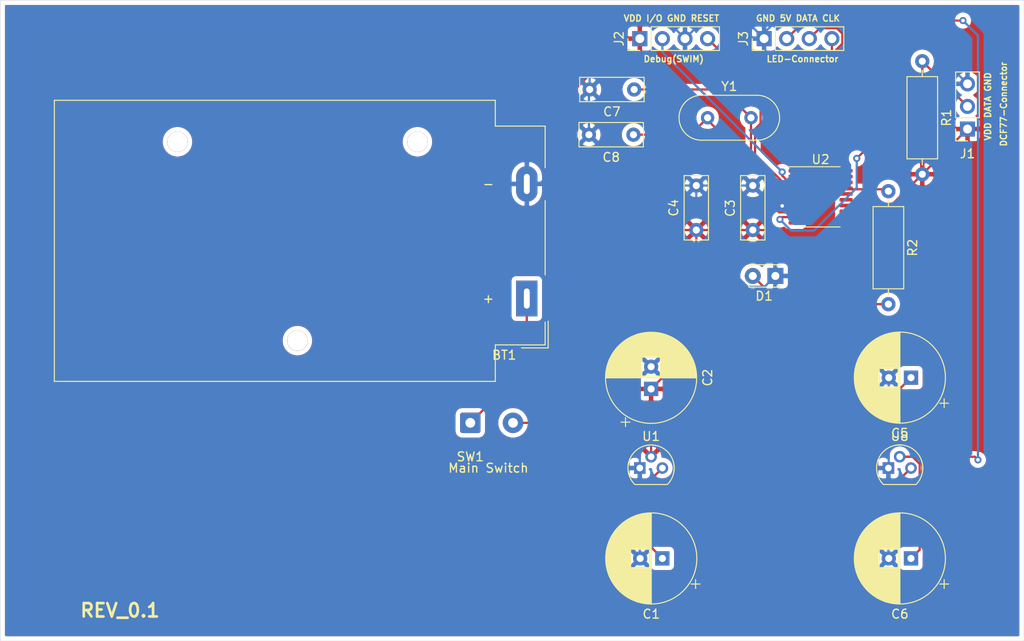
<source format=kicad_pcb>
(kicad_pcb (version 20171130) (host pcbnew 5.1.12-84ad8e8a86~92~ubuntu20.04.1)
  (title_block (title Funkwecker) (date 2021-12-12) (rev 0.1))
  (layers (0 F.Cu signal) (31 B.Cu signal) (34 B.Paste user hide) (35 F.Paste user hide) (36 B.SilkS user hide) (37 F.SilkS user) (38 B.Mask user hide) (39 F.Mask user hide) (44 Edge.Cuts user))
  (net 0 "")
  (net 1 "Net-(BT1-Pad1)")
  (net 2 GND)
  (net 3 VCC)
  (net 4 VDD)
  (net 5 +5V)
  (net 6 "Net-(D1-Pad2)")
  (net 7 DCF_SIGNAL)
  (net 8 SWIM_I_O)
  (net 9 RESET)
  (net 10 LED_DISPLAY_CLK)
  (net 11 LED_DISPLAY_DATA)
  (net 12 Test_LED)
  (net 13 "Net-(U2-Pad1)")
  (net 14 "Net-(U2-Pad10)")
  (net 15 "Net-(U2-Pad11)")
  (net 16 "Net-(U2-Pad12)")
  (net 17 "Net-(U2-Pad13)")
  (net 18 "Net-(U2-Pad14)")
  (net 19 "Net-(U2-Pad15)")
  (net 20 "Net-(U2-Pad16)")
  (net 21 "Net-(U2-Pad20)")
  (net 22 OSC_IN)
  (net 23 OSC_OUT)
  (net 24 "Net-(U2-Pad2)")
  (module Connector_Wire:SolderWire-0.5sqmm_1x02_P4.8mm_D0.9mm_OD2.3mm (layer F.Cu) (at 136.652 100.838)
    (fp_text reference SW1 (at 0 3.81) (layer F.SilkS))
    (fp_text value Hauptschalter)
    (pad 2 thru_hole circle (at 4.8 0) (size 2.3 2.3) (drill 1.1) (layers *.Cu *.Mask) (net 3 VCC))
    (pad 1 thru_hole roundrect (at 0 0) (size 2.3 2.3) (drill 1.1) (layers *.Cu *.Mask) (roundrect_rratio 0.1086952173913043) (net 1 "Net-(BT1-Pad1)"))
  )
  (module Battery:BatteryHolder_MPD_BA9VPC_1xPP3 (layer F.Cu) (at 143.002 86.868 180)
    (fp_text reference BT1 (at 2.54 -6.35) (layer F.SilkS))
    (fp_text value 9VBlock)
    (fp_text user - (at 3.6 12.88) (layer F.SilkS) (effects (justify right)))
    (fp_text user + (at 3.6 0) (layer F.SilkS) (effects (justify right)))
    (pad 1 thru_hole rect (at 0 0 180) (size 2.41 4.02) (drill oval 0.66 2.27) (layers *.Cu *.Mask) (net 1 "Net-(BT1-Pad1)"))
    (pad 2 thru_hole oval (at 0 12.88 180) (size 2.41 4.02) (drill oval 0.66 2.27) (layers *.Cu *.Mask) (net 2 GND))
    (pad "" np_thru_hole circle (at 25.78 -4.73 180) (size 2.3 2.3) (drill 2.29) (layers *.Cu *.Mask))
    (pad "" np_thru_hole circle (at 12.29 17.62 180) (size 2.3 2.3) (drill 2.29) (layers *.Cu *.Mask))
    (pad "" np_thru_hole circle (at 39.26 17.62 180) (size 2.3 2.3) (drill 2.29) (layers *.Cu *.Mask))
  )
  (module Capacitor_THT:CP_Radial_D10.0mm_P2.50mm (layer F.Cu) (at 158.242 116.078 180)
    (fp_text reference C1 (at 1.25 -6.25) (layer F.SilkS))
    (fp_text value 1µF)
    (pad 2 thru_hole circle (at 2.5 0 180) (size 1.6 1.6) (drill 0.8) (layers *.Cu *.Mask) (net 2 GND))
    (pad 1 thru_hole rect (at 0 0 180) (size 1.6 1.6) (drill 0.8) (layers *.Cu *.Mask) (net 3 VCC))
  )
  (module Capacitor_THT:CP_Radial_D10.0mm_P2.50mm (layer F.Cu) (at 156.972 97.028 90)
    (fp_text reference C2 (at 1.27 6.35 90) (layer F.SilkS))
    (fp_text value 1µF)
    (pad 1 thru_hole rect (at 0 0 90) (size 1.6 1.6) (drill 0.8) (layers *.Cu *.Mask) (net 4 VDD))
    (pad 2 thru_hole circle (at 2.5 0 90) (size 1.6 1.6) (drill 0.8) (layers *.Cu *.Mask) (net 2 GND))
  )
  (module Capacitor_THT:CP_Radial_D10.0mm_P2.50mm (layer F.Cu) (at 186.182 95.758 180)
    (fp_text reference C5 (at 1.25 -6.25) (layer F.SilkS))
    (fp_text value 1µF)
    (pad 1 thru_hole rect (at 0 0 180) (size 1.6 1.6) (drill 0.8) (layers *.Cu *.Mask) (net 3 VCC))
    (pad 2 thru_hole circle (at 2.5 0 180) (size 1.6 1.6) (drill 0.8) (layers *.Cu *.Mask) (net 2 GND))
  )
  (module Capacitor_THT:CP_Radial_D10.0mm_P2.50mm (layer F.Cu) (at 186.182 116.078 180)
    (fp_text reference C6 (at 1.25 -6.25) (layer F.SilkS))
    (fp_text value 1µF)
    (pad 2 thru_hole circle (at 2.5 0 180) (size 1.6 1.6) (drill 0.8) (layers *.Cu *.Mask) (net 2 GND))
    (pad 1 thru_hole rect (at 0 0 180) (size 1.6 1.6) (drill 0.8) (layers *.Cu *.Mask) (net 5 +5V))
  )
  (module LED_THT:LED_D1.8mm_W3.3mm_H2.4mm (layer F.Cu) (at 170.942 84.328 180)
    (fp_text reference D1 (at 1.27 -2.26) (layer F.SilkS))
    (fp_text value Test_LED)
    (pad 1 thru_hole rect (at 0 0 180) (size 1.8 1.8) (drill 0.9) (layers *.Cu *.Mask) (net 2 GND))
    (pad 2 thru_hole circle (at 2.54 0 180) (size 1.8 1.8) (drill 0.9) (layers *.Cu *.Mask) (net 6 "Net-(D1-Pad2)"))
  )
  (module Connector_PinSocket_2.54mm:PinSocket_1x03_P2.54mm_Vertical (layer F.Cu) (at 192.532 67.818 180)
    (fp_text reference J1 (at 0 -2.77) (layer F.SilkS))
    (fp_text value DCF77-Connector)
    (pad 1 thru_hole rect (at 0 0 180) (size 1.7 1.7) (drill 1) (layers *.Cu *.Mask) (net 4 VDD))
    (pad 2 thru_hole oval (at 0 2.54 180) (size 1.7 1.7) (drill 1) (layers *.Cu *.Mask) (net 7 DCF_SIGNAL))
    (pad 3 thru_hole oval (at 0 5.08 180) (size 1.7 1.7) (drill 1) (layers *.Cu *.Mask) (net 2 GND))
  )
  (module Connector_PinHeader_2.54mm:PinHeader_1x04_P2.54mm_Vertical (layer F.Cu) (at 155.702 57.658 90)
    (fp_text reference J2 (at 0 -2.33 90) (layer F.SilkS))
    (fp_text value Debug-Interface)
    (pad 1 thru_hole rect (at 0 0 90) (size 1.7 1.7) (drill 1) (layers *.Cu *.Mask) (net 4 VDD))
    (pad 2 thru_hole oval (at 0 2.54 90) (size 1.7 1.7) (drill 1) (layers *.Cu *.Mask) (net 8 SWIM_I_O))
    (pad 3 thru_hole oval (at 0 5.08 90) (size 1.7 1.7) (drill 1) (layers *.Cu *.Mask) (net 2 GND))
    (pad 4 thru_hole oval (at 0 7.62 90) (size 1.7 1.7) (drill 1) (layers *.Cu *.Mask) (net 9 RESET))
  )
  (module Connector_PinHeader_2.54mm:PinHeader_1x04_P2.54mm_Vertical (layer F.Cu) (at 169.672 57.658 90)
    (fp_text reference J3 (at 0 -2.33 90) (layer F.SilkS))
    (fp_text value "LED-Display Connector (TM1637)")
    (pad 4 thru_hole oval (at 0 7.62 90) (size 1.7 1.7) (drill 1) (layers *.Cu *.Mask) (net 10 LED_DISPLAY_CLK))
    (pad 3 thru_hole oval (at 0 5.08 90) (size 1.7 1.7) (drill 1) (layers *.Cu *.Mask) (net 11 LED_DISPLAY_DATA))
    (pad 2 thru_hole oval (at 0 2.54 90) (size 1.7 1.7) (drill 1) (layers *.Cu *.Mask) (net 5 +5V))
    (pad 1 thru_hole rect (at 0 0 90) (size 1.7 1.7) (drill 1) (layers *.Cu *.Mask) (net 2 GND))
  )
  (module Resistor_THT:R_Axial_DIN0309_L9.0mm_D3.2mm_P12.70mm_Horizontal (layer F.Cu) (at 187.452 60.198 270)
    (fp_text reference R1 (at 6.35 -2.72 90) (layer F.SilkS))
    (fp_text value 100k)
    (pad 2 thru_hole oval (at 12.7 0 270) (size 1.6 1.6) (drill 0.8) (layers *.Cu *.Mask) (net 4 VDD))
    (pad 1 thru_hole circle (at 0 0 270) (size 1.6 1.6) (drill 0.8) (layers *.Cu *.Mask) (net 7 DCF_SIGNAL))
  )
  (module Resistor_THT:R_Axial_DIN0309_L9.0mm_D3.2mm_P12.70mm_Horizontal (layer F.Cu) (at 183.642 74.803 270)
    (fp_text reference R2 (at 6.35 -2.72 90) (layer F.SilkS))
    (fp_text value 330)
    (pad 1 thru_hole circle (at 0 0 270) (size 1.6 1.6) (drill 0.8) (layers *.Cu *.Mask) (net 12 Test_LED))
    (pad 2 thru_hole oval (at 12.7 0 270) (size 1.6 1.6) (drill 0.8) (layers *.Cu *.Mask) (net 6 "Net-(D1-Pad2)"))
  )
  (module Package_TO_SOT_THT:TO-92 (layer F.Cu) (at 155.702 105.918)
    (fp_text reference U1 (at 1.27 -3.56) (layer F.SilkS))
    (fp_text value MCP1702-3302)
    (pad 1 thru_hole rect (at 0 0) (size 1.3 1.3) (drill 0.75) (layers *.Cu *.Mask) (net 2 GND))
    (pad 3 thru_hole circle (at 2.54 0) (size 1.3 1.3) (drill 0.75) (layers *.Cu *.Mask) (net 3 VCC))
    (pad 2 thru_hole circle (at 1.27 -1.27) (size 1.3 1.3) (drill 0.75) (layers *.Cu *.Mask) (net 4 VDD))
  )
  (module Package_SO:TSSOP-20_4.4x6.5mm_P0.65mm (layer F.Cu) (at 176.022 75.438)
    (fp_text reference U2 (at 0 -4.2) (layer F.SilkS))
    (fp_text value STM8L051F3P)
    (pad 1 smd roundrect (at -2.8625 -2.925) (size 1.475 0.4) (layers F.Cu F.Paste F.Mask) (net 13 "Net-(U2-Pad1)"))
    (pad 2 smd roundrect (at -2.8625 -2.275) (size 1.475 0.4) (layers F.Cu F.Paste F.Mask) (net 24 "Net-(U2-Pad2)"))
    (pad 3 smd roundrect (at -2.8625 -1.625) (size 1.475 0.4) (layers F.Cu F.Paste F.Mask) (net 8 SWIM_I_O))
    (pad 4 smd roundrect (at -2.8625 -0.975) (size 1.475 0.4) (layers F.Cu F.Paste F.Mask) (net 9 RESET))
    (pad 5 smd roundrect (at -2.8625 -0.325) (size 1.475 0.4) (layers F.Cu F.Paste F.Mask) (net 22 OSC_IN))
    (pad 6 smd roundrect (at -2.8625 0.325) (size 1.475 0.4) (layers F.Cu F.Paste F.Mask) (net 23 OSC_OUT))
    (pad 7 smd roundrect (at -2.8625 0.975) (size 1.475 0.4) (layers F.Cu F.Paste F.Mask) (net 2 GND))
    (pad 8 smd roundrect (at -2.8625 1.625) (size 1.475 0.4) (layers F.Cu F.Paste F.Mask) (net 4 VDD))
    (pad 9 smd roundrect (at -2.8625 2.275) (size 1.475 0.4) (layers F.Cu F.Paste F.Mask) (net 7 DCF_SIGNAL))
    (pad 10 smd roundrect (at -2.8625 2.925) (size 1.475 0.4) (layers F.Cu F.Paste F.Mask) (net 14 "Net-(U2-Pad10)"))
    (pad 11 smd roundrect (at 2.8625 2.925) (size 1.475 0.4) (layers F.Cu F.Paste F.Mask) (net 15 "Net-(U2-Pad11)"))
    (pad 12 smd roundrect (at 2.8625 2.275) (size 1.475 0.4) (layers F.Cu F.Paste F.Mask) (net 16 "Net-(U2-Pad12)"))
    (pad 13 smd roundrect (at 2.8625 1.625) (size 1.475 0.4) (layers F.Cu F.Paste F.Mask) (net 17 "Net-(U2-Pad13)"))
    (pad 14 smd roundrect (at 2.8625 0.975) (size 1.475 0.4) (layers F.Cu F.Paste F.Mask) (net 18 "Net-(U2-Pad14)"))
    (pad 15 smd roundrect (at 2.8625 0.325) (size 1.475 0.4) (layers F.Cu F.Paste F.Mask) (net 19 "Net-(U2-Pad15)"))
    (pad 16 smd roundrect (at 2.8625 -0.325) (size 1.475 0.4) (layers F.Cu F.Paste F.Mask) (net 20 "Net-(U2-Pad16)"))
    (pad 17 smd roundrect (at 2.8625 -0.975) (size 1.475 0.4) (layers F.Cu F.Paste F.Mask) (net 12 Test_LED))
    (pad 18 smd roundrect (at 2.8625 -1.625) (size 1.475 0.4) (layers F.Cu F.Paste F.Mask) (net 10 LED_DISPLAY_CLK))
    (pad 19 smd roundrect (at 2.8625 -2.275) (size 1.475 0.4) (layers F.Cu F.Paste F.Mask) (net 11 LED_DISPLAY_DATA))
    (pad 20 smd roundrect (at 2.8625 -2.925) (size 1.475 0.4) (layers F.Cu F.Paste F.Mask) (net 21 "Net-(U2-Pad20)"))
  )
  (module Package_TO_SOT_THT:TO-92 (layer F.Cu) (at 183.642 105.918)
    (fp_text reference U8 (at 1.27 -3.56) (layer F.SilkS))
    (fp_text value MCP1702-5002)
    (pad 2 thru_hole circle (at 1.27 -1.27) (size 1.3 1.3) (drill 0.75) (layers *.Cu *.Mask) (net 5 +5V))
    (pad 3 thru_hole circle (at 2.54 0) (size 1.3 1.3) (drill 0.75) (layers *.Cu *.Mask) (net 3 VCC))
    (pad 1 thru_hole rect (at 0 0) (size 1.3 1.3) (drill 0.75) (layers *.Cu *.Mask) (net 2 GND))
  )
  (module Crystal:Crystal_HC49-U_Vertical (layer F.Cu) (at 163.322 66.548)
    (fp_text reference Y1 (at 2.44 -3.525) (layer F.SilkS))
    (fp_text value "HC49U 16MHz")
    (pad 1 thru_hole circle (at 0 0) (size 1.5 1.5) (drill 0.8) (layers *.Cu *.Mask) (net 23 OSC_OUT))
    (pad 2 thru_hole circle (at 4.88 0) (size 1.5 1.5) (drill 0.8) (layers *.Cu *.Mask) (net 22 OSC_IN))
  )
  (module Capacitor_THT:C_Disc_D7.0mm_W2.5mm_P5.00mm (layer F.Cu) (at 168.402 74.168 270)
    (fp_text reference C3 (at 2.54 2.54 90) (layer F.SilkS))
    (fp_text value 100nF)
    (pad 1 thru_hole circle (at 0 0 270) (size 1.6 1.6) (drill 0.8) (layers *.Cu *.Mask) (net 2 GND))
    (pad 2 thru_hole circle (at 5 0 270) (size 1.6 1.6) (drill 0.8) (layers *.Cu *.Mask) (net 4 VDD))
  )
  (module Capacitor_THT:C_Disc_D7.0mm_W2.5mm_P5.00mm (layer F.Cu) (at 162.052 74.168 270)
    (fp_text reference C4 (at 2.5 2.54 90) (layer F.SilkS))
    (fp_text value 10µF)
    (pad 2 thru_hole circle (at 5 0 270) (size 1.6 1.6) (drill 0.8) (layers *.Cu *.Mask) (net 4 VDD))
    (pad 1 thru_hole circle (at 0 0 270) (size 1.6 1.6) (drill 0.8) (layers *.Cu *.Mask) (net 2 GND))
  )
  (module Capacitor_THT:C_Disc_D7.0mm_W2.5mm_P5.00mm (layer F.Cu) (at 155.067 63.373 180)
    (fp_text reference C7 (at 2.5 -2.5) (layer F.SilkS))
    (fp_text value 20pF)
    (pad 1 thru_hole circle (at 0 0 180) (size 1.6 1.6) (drill 0.8) (layers *.Cu *.Mask) (net 22 OSC_IN))
    (pad 2 thru_hole circle (at 5 0 180) (size 1.6 1.6) (drill 0.8) (layers *.Cu *.Mask) (net 2 GND))
  )
  (module Capacitor_THT:C_Disc_D7.0mm_W2.5mm_P5.00mm (layer F.Cu) (at 149.987 68.453)
    (fp_text reference C8 (at 2.5 2.54) (layer F.SilkS))
    (fp_text value 20pF)
    (pad 2 thru_hole circle (at 5 0) (size 1.6 1.6) (drill 0.8) (layers *.Cu *.Mask) (net 23 OSC_OUT))
    (pad 1 thru_hole circle (at 0 0) (size 1.6 1.6) (drill 0.8) (layers *.Cu *.Mask) (net 2 GND))
  )
  (gr_line (start 83.82 125.349) (end 198.882 125.349) (layer Edge.Cuts) (width 0.05))
  (gr_line (start 83.82 53.34) (end 83.82 125.349) (layer Edge.Cuts) (width 0.05))
  (gr_line (start 198.882 53.34) (end 198.882 125.349) (layer Edge.Cuts) (width 0.05))
  (gr_line (start 83.82 53.34) (end 198.882 53.34) (layer Edge.Cuts) (width 0.05))
  (gr_text REV_0.1 (at 97.282 121.92) (layer F.SilkS) (effects (font (size 1.5 1.5) (thickness 0.3))))
  (gr_text "Main Switch" (at 138.684 105.918) (layer F.SilkS) (effects (font (size 1 1))))
  (gr_text "VDD DATA GND\n" (at 194.818 65.278 90) (layer F.SilkS) (effects (font (size 0.7 0.7))))
  (gr_text DCF77-Connector (at 196.596 65.024 90) (layer F.SilkS) (effects (font (size 0.7 0.7))))
  (gr_text "VDD I/O GND RESET" (at 159.258 55.372) (layer F.SilkS) (effects (font (size 0.7 0.7))))
  (gr_text "Debug(SWIM)\n" (at 159.512 59.944) (layer F.SilkS) (effects (font (size 0.7 0.7))))
  (gr_text "GND 5V DATA CLK" (at 173.482 55.372) (layer F.SilkS) (effects (font (size 0.7 0.7))))
  (gr_text "LED-Connector\n" (at 173.99 59.944) (layer F.SilkS) (effects (font (size 0.7 0.7))))
  (segment (start 143.002 94.488) (end 136.652 100.838) (width 0.25) (layer F.Cu) (net 1))
  (segment (start 143.002 86.868) (end 143.002 94.488) (width 0.25) (layer F.Cu) (net 1))
  (segment (start 144.452 73.988) (end 149.987 68.453) (width 0.25) (layer B.Cu) (net 2))
  (segment (start 143.002 73.988) (end 144.452 73.988) (width 0.25) (layer B.Cu) (net 2))
  (segment (start 149.987 63.453) (end 150.067 63.373) (width 0.25) (layer B.Cu) (net 2))
  (segment (start 149.987 68.453) (end 149.987 63.453) (width 0.25) (layer B.Cu) (net 2))
  (segment (start 158.877 55.753) (end 160.782 57.658) (width 0.25) (layer B.Cu) (net 2))
  (segment (start 153.162 55.753) (end 158.877 55.753) (width 0.25) (layer B.Cu) (net 2))
  (segment (start 150.067 58.848) (end 153.162 55.753) (width 0.25) (layer B.Cu) (net 2))
  (segment (start 150.067 63.373) (end 150.067 58.848) (width 0.25) (layer B.Cu) (net 2))
  (segment (start 160.782 57.658) (end 162.687 55.753) (width 0.25) (layer B.Cu) (net 2))
  (segment (start 167.767 55.753) (end 169.672 57.658) (width 0.25) (layer B.Cu) (net 2))
  (segment (start 162.687 55.753) (end 167.767 55.753) (width 0.25) (layer B.Cu) (net 2))
  (segment (start 169.672 57.658) (end 169.672 57.023) (width 0.25) (layer B.Cu) (net 2))
  (segment (start 169.672 57.023) (end 170.942 55.753) (width 0.25) (layer B.Cu) (net 2))
  (segment (start 185.547 55.753) (end 192.532 62.738) (width 0.25) (layer B.Cu) (net 2))
  (segment (start 170.942 55.753) (end 185.547 55.753) (width 0.25) (layer B.Cu) (net 2))
  (segment (start 155.702 74.168) (end 162.052 74.168) (width 0.25) (layer B.Cu) (net 2))
  (segment (start 149.987 68.453) (end 155.702 74.168) (width 0.25) (layer B.Cu) (net 2))
  (segment (start 162.052 74.168) (end 168.402 74.168) (width 0.25) (layer B.Cu) (net 2))
  (via (at 171.704 76.454) (size 0.8) (drill 0.4) (layers F.Cu B.Cu) (net 2))
  (segment (start 170.688 76.454) (end 168.402 74.168) (width 0.25) (layer B.Cu) (net 2))
  (segment (start 171.704 76.454) (end 170.688 76.454) (width 0.25) (layer B.Cu) (net 2))
  (segment (start 171.745 76.413) (end 171.704 76.454) (width 0.25) (layer F.Cu) (net 2))
  (segment (start 173.1595 76.413) (end 171.745 76.413) (width 0.25) (layer F.Cu) (net 2))
  (segment (start 162.052 74.168) (end 162.052 76.073) (width 0.25) (layer B.Cu) (net 2))
  (segment (start 162.052 76.073) (end 166.497 80.518) (width 0.25) (layer B.Cu) (net 2))
  (segment (start 169.716999 85.553001) (end 170.942 84.328) (width 0.25) (layer B.Cu) (net 2))
  (segment (start 167.813999 85.553001) (end 169.716999 85.553001) (width 0.25) (layer B.Cu) (net 2))
  (segment (start 166.497 80.518) (end 166.497 84.236002) (width 0.25) (layer B.Cu) (net 2))
  (segment (start 172.252 84.328) (end 183.682 95.758) (width 0.25) (layer B.Cu) (net 2))
  (segment (start 170.942 84.328) (end 172.252 84.328) (width 0.25) (layer B.Cu) (net 2))
  (segment (start 183.682 105.878) (end 183.642 105.918) (width 0.25) (layer B.Cu) (net 2))
  (segment (start 183.682 95.758) (end 183.682 105.878) (width 0.25) (layer B.Cu) (net 2))
  (segment (start 183.642 116.038) (end 183.682 116.078) (width 0.25) (layer B.Cu) (net 2))
  (segment (start 183.642 105.918) (end 183.642 116.038) (width 0.25) (layer B.Cu) (net 2))
  (segment (start 166.860499 84.639501) (end 166.860499 84.599501) (width 0.25) (layer B.Cu) (net 2))
  (segment (start 156.972 94.528) (end 166.860499 84.639501) (width 0.25) (layer B.Cu) (net 2))
  (segment (start 166.860499 84.599501) (end 167.813999 85.553001) (width 0.25) (layer B.Cu) (net 2))
  (segment (start 166.497 84.236002) (end 166.860499 84.599501) (width 0.25) (layer B.Cu) (net 2))
  (segment (start 155.702 95.798) (end 155.702 105.918) (width 0.25) (layer B.Cu) (net 2))
  (segment (start 156.972 94.528) (end 155.702 95.798) (width 0.25) (layer B.Cu) (net 2))
  (segment (start 155.702 116.038) (end 155.742 116.078) (width 0.25) (layer B.Cu) (net 2))
  (segment (start 155.702 105.918) (end 155.702 116.038) (width 0.25) (layer B.Cu) (net 2))
  (segment (start 141.452 100.838) (end 144.272 100.838) (width 0.25) (layer F.Cu) (net 3))
  (segment (start 144.272 100.838) (end 153.162 109.728) (width 0.25) (layer F.Cu) (net 3))
  (segment (start 154.432 109.728) (end 158.242 105.918) (width 0.25) (layer F.Cu) (net 3))
  (segment (start 153.162 109.728) (end 154.432 109.728) (width 0.25) (layer F.Cu) (net 3))
  (segment (start 154.432 112.268) (end 158.242 116.078) (width 0.25) (layer F.Cu) (net 3))
  (segment (start 154.432 109.728) (end 154.432 112.268) (width 0.25) (layer F.Cu) (net 3))
  (segment (start 182.372 109.728) (end 186.182 105.918) (width 0.25) (layer F.Cu) (net 3))
  (segment (start 154.432 109.728) (end 182.372 109.728) (width 0.25) (layer F.Cu) (net 3))
  (segment (start 186.182 95.758) (end 182.372 99.568) (width 0.25) (layer F.Cu) (net 3))
  (segment (start 182.372 99.568) (end 182.372 109.728) (width 0.25) (layer F.Cu) (net 3))
  (segment (start 156.972 97.028) (end 156.972 104.648) (width 0.25) (layer F.Cu) (net 4))
  (segment (start 162.052 91.948) (end 162.052 79.168) (width 0.25) (layer F.Cu) (net 4))
  (segment (start 156.972 97.028) (end 162.052 91.948) (width 0.25) (layer F.Cu) (net 4))
  (segment (start 162.052 79.168) (end 168.402 79.168) (width 0.25) (layer F.Cu) (net 4))
  (segment (start 168.402 79.168) (end 170.579499 76.990501) (width 0.25) (layer F.Cu) (net 4))
  (segment (start 171.355999 77.179001) (end 172.052001 77.179001) (width 0.25) (layer F.Cu) (net 4))
  (segment (start 171.167499 76.990501) (end 171.355999 77.179001) (width 0.25) (layer F.Cu) (net 4))
  (segment (start 170.579499 76.990501) (end 171.167499 76.990501) (width 0.25) (layer F.Cu) (net 4))
  (segment (start 172.168002 77.063) (end 173.1595 77.063) (width 0.25) (layer F.Cu) (net 4))
  (segment (start 172.052001 77.179001) (end 172.168002 77.063) (width 0.25) (layer F.Cu) (net 4))
  (segment (start 154.116998 57.658) (end 155.702 57.658) (width 0.25) (layer F.Cu) (net 4))
  (segment (start 146.558 65.216998) (end 154.116998 57.658) (width 0.25) (layer F.Cu) (net 4))
  (segment (start 146.558 72.39) (end 146.558 65.216998) (width 0.25) (layer F.Cu) (net 4))
  (segment (start 153.336 79.168) (end 146.558 72.39) (width 0.25) (layer F.Cu) (net 4))
  (segment (start 162.052 79.168) (end 153.336 79.168) (width 0.25) (layer F.Cu) (net 4))
  (segment (start 192.532 67.818) (end 187.452 72.898) (width 0.25) (layer F.Cu) (net 4))
  (segment (start 181.182 79.168) (end 168.402 79.168) (width 0.25) (layer F.Cu) (net 4))
  (segment (start 187.452 72.898) (end 181.182 79.168) (width 0.25) (layer F.Cu) (net 4))
  (segment (start 187.157001 105.449999) (end 187.157001 115.102999) (width 0.25) (layer F.Cu) (net 5))
  (segment (start 187.157001 115.102999) (end 186.182 116.078) (width 0.25) (layer F.Cu) (net 5))
  (segment (start 186.355002 104.648) (end 187.157001 105.449999) (width 0.25) (layer F.Cu) (net 5))
  (segment (start 184.912 104.648) (end 186.355002 104.648) (width 0.25) (layer F.Cu) (net 5))
  (segment (start 172.212 57.658) (end 174.244 55.626) (width 0.25) (layer F.Cu) (net 5))
  (segment (start 174.244 55.626) (end 192.024 55.626) (width 0.25) (layer F.Cu) (net 5))
  (segment (start 192.024 55.626) (end 192.024 55.626) (width 0.25) (layer F.Cu) (net 5))
  (via (at 192.024 55.626) (size 0.8) (drill 0.4) (layers F.Cu B.Cu) (net 5))
  (segment (start 193.707001 57.309001) (end 193.707001 104.996999) (width 0.25) (layer B.Cu) (net 5))
  (segment (start 192.024 55.626) (end 193.707001 57.309001) (width 0.25) (layer B.Cu) (net 5))
  (segment (start 193.707001 104.996999) (end 193.707001 104.996999) (width 0.25) (layer B.Cu) (net 5))
  (via (at 193.707001 104.996999) (size 0.8) (drill 0.4) (layers F.Cu B.Cu) (net 5))
  (segment (start 193.358002 104.648) (end 184.912 104.648) (width 0.25) (layer F.Cu) (net 5))
  (segment (start 193.707001 104.996999) (end 193.358002 104.648) (width 0.25) (layer F.Cu) (net 5))
  (segment (start 171.577 87.503) (end 168.402 84.328) (width 0.25) (layer F.Cu) (net 6))
  (segment (start 183.642 87.503) (end 171.577 87.503) (width 0.25) (layer F.Cu) (net 6))
  (via (at 171.45 77.978) (size 0.8) (drill 0.4) (layers F.Cu B.Cu) (net 7))
  (segment (start 192.532 65.278) (end 187.452 60.198) (width 0.25) (layer F.Cu) (net 7))
  (segment (start 187.452 60.198) (end 187.452 63.754) (width 0.25) (layer F.Cu) (net 7))
  (segment (start 187.452 63.754) (end 180.086 71.12) (width 0.25) (layer F.Cu) (net 7))
  (segment (start 180.086 71.12) (end 180.086 71.12) (width 0.25) (layer F.Cu) (net 7))
  (via (at 180.086 71.12) (size 0.8) (drill 0.4) (layers F.Cu B.Cu) (net 7))
  (segment (start 180.086 71.12) (end 180.086 74.422) (width 0.25) (layer B.Cu) (net 7))
  (segment (start 180.086 74.422) (end 175.26 79.248) (width 0.25) (layer B.Cu) (net 7))
  (segment (start 172.72 79.248) (end 171.45 77.978) (width 0.25) (layer B.Cu) (net 7))
  (segment (start 175.26 79.248) (end 172.72 79.248) (width 0.25) (layer B.Cu) (net 7))
  (segment (start 171.715 77.713) (end 173.1595 77.713) (width 0.25) (layer F.Cu) (net 7))
  (segment (start 171.45 77.978) (end 171.715 77.713) (width 0.25) (layer F.Cu) (net 7))
  (segment (start 172.470942 73.813) (end 171.704 73.046058) (width 0.25) (layer F.Cu) (net 8))
  (segment (start 173.1595 73.813) (end 172.470942 73.813) (width 0.25) (layer F.Cu) (net 8))
  (segment (start 171.704 73.046058) (end 171.704 72.644) (width 0.25) (layer F.Cu) (net 8))
  (segment (start 171.704 72.644) (end 171.704 72.629942) (width 0.25) (layer F.Cu) (net 8))
  (via (at 171.704 72.644) (size 0.8) (drill 0.4) (layers F.Cu B.Cu) (net 8))
  (segment (start 158.242 59.182) (end 158.242 57.658) (width 0.25) (layer B.Cu) (net 8))
  (segment (start 171.704 72.644) (end 158.242 59.182) (width 0.25) (layer B.Cu) (net 8))
  (segment (start 168.656 70.661648) (end 172.457352 74.463) (width 0.25) (layer F.Cu) (net 9))
  (segment (start 168.656 67.818) (end 168.656 70.661648) (width 0.25) (layer F.Cu) (net 9))
  (segment (start 172.457352 74.463) (end 173.1595 74.463) (width 0.25) (layer F.Cu) (net 9))
  (segment (start 169.277001 67.196999) (end 168.656 67.818) (width 0.25) (layer F.Cu) (net 9))
  (segment (start 169.277001 63.613001) (end 169.277001 67.196999) (width 0.25) (layer F.Cu) (net 9))
  (segment (start 163.322 57.658) (end 169.277001 63.613001) (width 0.25) (layer F.Cu) (net 9))
  (segment (start 178.195942 73.813) (end 178.8845 73.813) (width 0.25) (layer F.Cu) (net 10))
  (segment (start 177.292 72.909058) (end 178.195942 73.813) (width 0.25) (layer F.Cu) (net 10))
  (segment (start 177.292 57.658) (end 177.292 72.909058) (width 0.25) (layer F.Cu) (net 10))
  (segment (start 177.856001 56.482999) (end 175.927001 56.482999) (width 0.25) (layer F.Cu) (net 11))
  (segment (start 178.467001 57.093999) (end 177.856001 56.482999) (width 0.25) (layer F.Cu) (net 11))
  (segment (start 178.467001 58.222001) (end 178.467001 57.093999) (width 0.25) (layer F.Cu) (net 11))
  (segment (start 177.8 58.889002) (end 178.467001 58.222001) (width 0.25) (layer F.Cu) (net 11))
  (segment (start 175.927001 56.482999) (end 174.752 57.658) (width 0.25) (layer F.Cu) (net 11))
  (segment (start 177.8 72.767058) (end 177.8 58.889002) (width 0.25) (layer F.Cu) (net 11))
  (segment (start 178.195942 73.163) (end 177.8 72.767058) (width 0.25) (layer F.Cu) (net 11))
  (segment (start 178.8845 73.163) (end 178.195942 73.163) (width 0.25) (layer F.Cu) (net 11))
  (segment (start 183.42699 74.58799) (end 183.642 74.803) (width 0.25) (layer F.Cu) (net 12))
  (segment (start 178.98199 74.58799) (end 183.42699 74.58799) (width 0.25) (layer F.Cu) (net 12))
  (segment (start 178.8845 74.4905) (end 178.98199 74.58799) (width 0.25) (layer F.Cu) (net 12))
  (segment (start 178.8845 74.463) (end 178.8845 74.4905) (width 0.25) (layer F.Cu) (net 12))
  (segment (start 165.027 63.373) (end 168.202 66.548) (width 0.25) (layer F.Cu) (net 22))
  (segment (start 172.470942 75.113) (end 173.1595 75.113) (width 0.25) (layer F.Cu) (net 22))
  (segment (start 168.202 70.844058) (end 172.470942 75.113) (width 0.25) (layer F.Cu) (net 22))
  (segment (start 168.202 66.548) (end 168.202 70.844058) (width 0.25) (layer F.Cu) (net 22))
  (segment (start 155.067 63.373) (end 165.027 63.373) (width 0.25) (layer F.Cu) (net 22))
  (segment (start 161.417 68.453) (end 163.322 66.548) (width 0.25) (layer F.Cu) (net 23))
  (segment (start 154.987 68.453) (end 161.417 68.453) (width 0.25) (layer F.Cu) (net 23))
  (segment (start 172.283 75.763) (end 173.1595 75.763) (width 0.25) (layer F.Cu) (net 23))
  (segment (start 163.322 66.802) (end 172.283 75.763) (width 0.25) (layer F.Cu) (net 23))
  (segment (start 163.322 66.548) (end 163.322 66.802) (width 0.25) (layer F.Cu) (net 23))
  (zone (net 2) (net_name GND) (layer B.Cu) (connect_pads (clearance 0.508)) (min_thickness 0.254) (fill yes (arc_segments 32) (thermal_gap 0.508) (thermal_bridge_width 0.508))
    (polygon (pts (xy 198.755 125.222) (xy 83.947 125.222) (xy 83.947 53.467) (xy 198.755 53.467)))
  )
  (zone (net 4) (net_name VDD) (layer F.Cu) (connect_pads (clearance 0.508)) (min_thickness 0.254) (fill yes (arc_segments 32) (thermal_gap 0.508) (thermal_bridge_width 0.508))
    (polygon (pts (xy 198.755 125.222) (xy 83.947 125.222) (xy 83.947 53.467) (xy 198.755 53.467)))
  )
)
</source>
